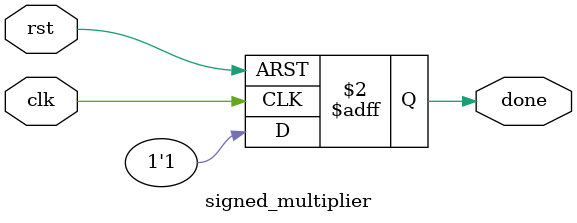
<source format=v>

module signed_multiplier(input clk, input rst, output reg done);
    always @(posedge clk or posedge rst) begin
        if (rst)
            done <= 0;
        else
            done <= 1;
    end
endmodule

</source>
